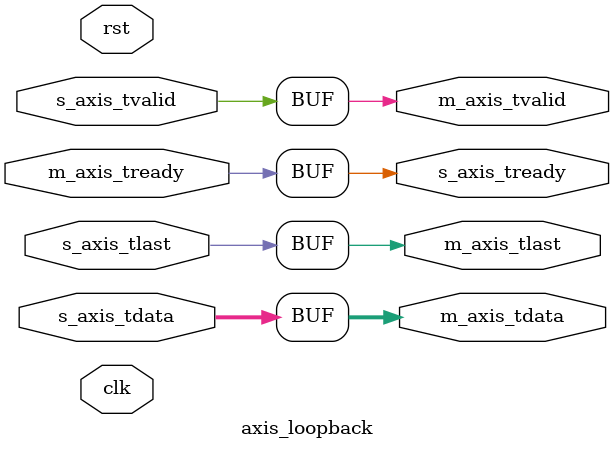
<source format=v>
`default_nettype none
`timescale 10ns / 1ps
module axis_loopback #(
  parameter c_WIDTH = 8
) (
  input wire clk,
  input wire rst,

  input  wire [c_WIDTH-1:0]   s_axis_tdata,
  input  wire                 s_axis_tvalid,
  output reg                  s_axis_tready,
  input wire                  s_axis_tlast,

  output reg [c_WIDTH-1:0]   m_axis_tdata,
  output reg                 m_axis_tvalid,
  input  wire                m_axis_tready,
  output reg                 m_axis_tlast
);

assign m_axis_tdata = s_axis_tdata;
assign m_axis_tvalid = s_axis_tvalid;
assign s_axis_tready = m_axis_tready;
assign m_axis_tlast = s_axis_tlast;

endmodule

</source>
